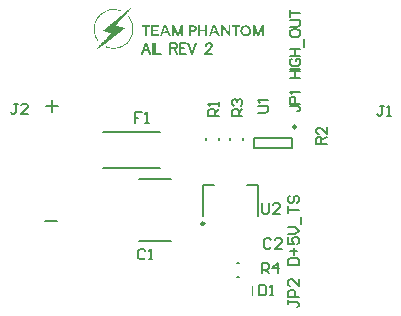
<source format=gto>
G04*
G04 #@! TF.GenerationSoftware,Altium Limited,Altium Designer,18.1.11 (251)*
G04*
G04 Layer_Color=65535*
%FSLAX25Y25*%
%MOIN*%
G70*
G01*
G75*
%ADD10C,0.00984*%
%ADD11C,0.00197*%
%ADD12C,0.00787*%
%ADD13C,0.00650*%
G36*
X41402Y108916D02*
X41499Y108902D01*
X41624D01*
X41749Y108875D01*
X41902Y108861D01*
X42221Y108805D01*
X42582Y108722D01*
X42971Y108611D01*
X43359Y108472D01*
X43262Y108208D01*
X43248D01*
X43220Y108222D01*
X43165Y108250D01*
X43082Y108264D01*
X42998Y108306D01*
X42887Y108333D01*
X42763Y108375D01*
X42624Y108403D01*
X42318Y108486D01*
X41971Y108555D01*
X41596Y108597D01*
X41208Y108625D01*
X40833D01*
X40708Y108611D01*
X40569D01*
X40250Y108583D01*
X39917Y108542D01*
X39556Y108472D01*
X39181Y108375D01*
X39167D01*
X39140Y108361D01*
X39084Y108347D01*
X39015Y108319D01*
X38932Y108292D01*
X38834Y108250D01*
X38585Y108153D01*
X38307Y108028D01*
X38002Y107875D01*
X37682Y107695D01*
X37349Y107487D01*
X37335D01*
X37308Y107459D01*
X37266Y107431D01*
X37211Y107376D01*
X37044Y107251D01*
X36850Y107070D01*
X36614Y106862D01*
X36364Y106598D01*
X36114Y106321D01*
X35864Y106001D01*
Y105988D01*
X35836Y105960D01*
X35809Y105918D01*
X35767Y105849D01*
X35711Y105765D01*
X35656Y105682D01*
X35587Y105571D01*
X35517Y105446D01*
X35364Y105169D01*
X35212Y104849D01*
X35059Y104502D01*
X34934Y104128D01*
Y104114D01*
X34920Y104086D01*
X34906Y104031D01*
X34892Y103947D01*
X34865Y103864D01*
X34837Y103753D01*
X34823Y103628D01*
X34795Y103489D01*
X34740Y103184D01*
X34698Y102851D01*
X34670Y102476D01*
Y102101D01*
Y102087D01*
Y102059D01*
Y102004D01*
X34684Y101935D01*
X34698Y101837D01*
Y101726D01*
X34712Y101602D01*
X34740Y101477D01*
X34782Y101171D01*
X34865Y100824D01*
X34948Y100477D01*
X35073Y100102D01*
Y100089D01*
X35087Y100061D01*
X35115Y100005D01*
X35142Y99936D01*
X35184Y99853D01*
X35226Y99742D01*
X35350Y99506D01*
X35489Y99228D01*
X35670Y98923D01*
X35892Y98603D01*
X36128Y98284D01*
X35892Y98118D01*
Y98104D01*
X35878Y98118D01*
X35864Y98145D01*
X35822Y98187D01*
X35781Y98256D01*
X35711Y98340D01*
X35642Y98437D01*
X35573Y98548D01*
X35489Y98673D01*
X35309Y98950D01*
X35129Y99270D01*
X34948Y99630D01*
X34795Y100005D01*
Y100019D01*
X34782Y100047D01*
X34768Y100102D01*
X34740Y100186D01*
X34712Y100269D01*
X34670Y100380D01*
X34643Y100505D01*
X34601Y100644D01*
X34532Y100963D01*
X34462Y101310D01*
X34407Y101685D01*
X34379Y102087D01*
Y102101D01*
Y102129D01*
Y102198D01*
Y102268D01*
Y102365D01*
X34393Y102476D01*
Y102615D01*
X34407Y102753D01*
X34435Y103073D01*
X34490Y103434D01*
X34559Y103822D01*
X34657Y104211D01*
Y104225D01*
X34670Y104253D01*
X34684Y104308D01*
X34712Y104391D01*
X34754Y104475D01*
X34782Y104586D01*
X34837Y104711D01*
X34892Y104849D01*
X35031Y105155D01*
X35184Y105488D01*
X35392Y105835D01*
X35614Y106182D01*
X35628Y106196D01*
X35642Y106223D01*
X35684Y106265D01*
X35739Y106334D01*
X35795Y106418D01*
X35878Y106501D01*
X36058Y106723D01*
X36294Y106959D01*
X36558Y107209D01*
X36863Y107473D01*
X37183Y107709D01*
X37197Y107722D01*
X37224Y107736D01*
X37280Y107764D01*
X37335Y107820D01*
X37419Y107861D01*
X37516Y107931D01*
X37641Y108000D01*
X37766Y108070D01*
X38043Y108222D01*
X38376Y108375D01*
X38723Y108528D01*
X39098Y108652D01*
X39112D01*
X39140Y108666D01*
X39195Y108680D01*
X39279Y108694D01*
X39376Y108722D01*
X39487Y108750D01*
X39612Y108777D01*
X39750Y108805D01*
X40070Y108861D01*
X40431Y108902D01*
X40819Y108930D01*
X41333D01*
X41402Y108916D01*
D02*
G37*
G36*
X72202Y99950D02*
X71564D01*
Y101449D01*
X69815D01*
Y99950D01*
X69162D01*
Y103489D01*
X69815D01*
Y102018D01*
X71564D01*
Y103489D01*
X72202D01*
Y99950D01*
D02*
G37*
G36*
X67830Y103475D02*
X67955Y103461D01*
X68080Y103434D01*
X68218Y103378D01*
X68343Y103323D01*
X68454Y103239D01*
X68468Y103225D01*
X68496Y103198D01*
X68538Y103128D01*
X68593Y103059D01*
X68649Y102948D01*
X68690Y102823D01*
X68718Y102670D01*
X68732Y102490D01*
Y102462D01*
Y102407D01*
X68718Y102295D01*
X68690Y102184D01*
X68635Y102046D01*
X68579Y101893D01*
X68482Y101754D01*
X68357Y101615D01*
X68343Y101602D01*
X68288Y101560D01*
X68204Y101504D01*
X68080Y101435D01*
X67927Y101365D01*
X67733Y101296D01*
X67510Y101227D01*
X67247Y101185D01*
X67150Y101754D01*
X67163D01*
X67219Y101768D01*
X67302Y101796D01*
X67400Y101823D01*
X67621Y101907D01*
X67719Y101962D01*
X67816Y102018D01*
X67830Y102032D01*
X67857Y102046D01*
X67885Y102087D01*
X67941Y102143D01*
X68010Y102282D01*
X68038Y102365D01*
X68052Y102462D01*
Y102476D01*
Y102504D01*
X68038Y102587D01*
X68010Y102684D01*
X67941Y102781D01*
X67927Y102795D01*
X67857Y102837D01*
X67760Y102878D01*
X67608Y102892D01*
X66719D01*
Y99950D01*
X66067D01*
Y103489D01*
X67733D01*
X67830Y103475D01*
D02*
G37*
G36*
X79947Y99950D02*
X79308D01*
X77435Y102573D01*
Y99950D01*
X76796D01*
Y103489D01*
X77463D01*
X79322Y100908D01*
Y103489D01*
X79947D01*
Y99950D01*
D02*
G37*
G36*
X91093D02*
X90482D01*
Y102420D01*
X89524Y99950D01*
X88969D01*
X87997Y102420D01*
Y99950D01*
X87387D01*
Y103489D01*
X88067D01*
X89261Y100810D01*
X90440Y103489D01*
X91093D01*
Y99950D01*
D02*
G37*
G36*
X64207D02*
X63610D01*
Y102420D01*
X62639Y99950D01*
X62083D01*
X61112Y102420D01*
Y99950D01*
X60501D01*
Y103489D01*
X61195D01*
X62375Y100810D01*
X63555Y103489D01*
X64207D01*
Y99950D01*
D02*
G37*
G36*
X83001Y102920D02*
X82001D01*
Y99950D01*
X81335D01*
Y102920D01*
X80322D01*
Y103489D01*
X83001D01*
Y102920D01*
D02*
G37*
G36*
X76380Y99950D02*
X75672D01*
X75269Y100908D01*
X74090D01*
X74326Y101477D01*
X75033D01*
X74478Y102809D01*
X73312Y99950D01*
X72646D01*
X74131Y103489D01*
X74839D01*
X76380Y99950D01*
D02*
G37*
G36*
X60085D02*
X59377D01*
X58974Y100908D01*
X57794D01*
X58017Y101477D01*
X58738D01*
X58183Y102809D01*
X57003Y99950D01*
X56351D01*
X57836Y103489D01*
X58544D01*
X60085Y99950D01*
D02*
G37*
G36*
X56018Y102920D02*
X54241D01*
Y102032D01*
X55921D01*
Y101449D01*
X54241D01*
Y100519D01*
X56046D01*
Y99950D01*
X53603D01*
Y103489D01*
X56018D01*
Y102920D01*
D02*
G37*
G36*
X53228D02*
X52201D01*
Y99950D01*
X51562D01*
Y102920D01*
X50549D01*
Y103489D01*
X53228D01*
Y102920D01*
D02*
G37*
G36*
X85318Y103475D02*
X85513Y103447D01*
X85721Y103392D01*
X85943Y103309D01*
X86151Y103198D01*
X86332Y103045D01*
X86346Y103031D01*
X86401Y102962D01*
X86471Y102865D01*
X86554Y102712D01*
X86637Y102531D01*
X86707Y102295D01*
X86762Y102032D01*
X86776Y101713D01*
Y101699D01*
Y101671D01*
Y101629D01*
Y101574D01*
X86748Y101407D01*
X86720Y101213D01*
X86665Y100991D01*
X86595Y100769D01*
X86484Y100560D01*
X86332Y100366D01*
X86318Y100352D01*
X86248Y100297D01*
X86151Y100227D01*
X85999Y100144D01*
X85818Y100061D01*
X85596Y99991D01*
X85332Y99936D01*
X85027Y99922D01*
X84944D01*
X84888Y99936D01*
X84736Y99950D01*
X84541Y99977D01*
X84333Y100033D01*
X84125Y100116D01*
X83917Y100214D01*
X83722Y100366D01*
X83709Y100394D01*
X83653Y100449D01*
X83583Y100560D01*
X83500Y100713D01*
X83417Y100894D01*
X83334Y101129D01*
X83278Y101393D01*
X83250Y101713D01*
Y101726D01*
Y101754D01*
Y101796D01*
X83264Y101865D01*
X83278Y102018D01*
X83306Y102212D01*
X83362Y102434D01*
X83445Y102656D01*
X83542Y102865D01*
X83695Y103045D01*
X83722Y103059D01*
X83778Y103114D01*
X83889Y103184D01*
X84028Y103281D01*
X84222Y103364D01*
X84444Y103434D01*
X84722Y103489D01*
X85027Y103503D01*
X85166D01*
X85318Y103475D01*
D02*
G37*
G36*
X45955Y106668D02*
X45969Y106640D01*
X46010Y106598D01*
X46066Y106543D01*
X46121Y106459D01*
X46191Y106362D01*
X46274Y106265D01*
X46357Y106140D01*
X46552Y105863D01*
X46732Y105557D01*
X46927Y105196D01*
X47093Y104822D01*
Y104808D01*
X47107Y104780D01*
X47135Y104725D01*
X47162Y104641D01*
X47190Y104544D01*
X47232Y104433D01*
X47273Y104308D01*
X47315Y104169D01*
X47398Y103850D01*
X47468Y103489D01*
X47537Y103101D01*
X47579Y102684D01*
Y102670D01*
Y102629D01*
Y102573D01*
Y102490D01*
Y102393D01*
Y102268D01*
Y102129D01*
X47565Y101976D01*
X47537Y101643D01*
X47495Y101268D01*
X47412Y100866D01*
X47315Y100463D01*
Y100449D01*
X47301Y100422D01*
X47287Y100352D01*
X47260Y100283D01*
X47218Y100186D01*
X47176Y100075D01*
X47135Y99950D01*
X47079Y99811D01*
X46940Y99506D01*
X46760Y99159D01*
X46566Y98812D01*
X46330Y98465D01*
X46316Y98451D01*
X46302Y98423D01*
X46260Y98381D01*
X46219Y98312D01*
X46149Y98242D01*
X46080Y98145D01*
X45886Y97937D01*
X45663Y97687D01*
X45386Y97424D01*
X45080Y97160D01*
X44747Y96910D01*
X44733Y96896D01*
X44706Y96882D01*
X44650Y96855D01*
X44581Y96799D01*
X44497Y96744D01*
X44400Y96688D01*
X44275Y96618D01*
X44151Y96549D01*
X43845Y96396D01*
X43512Y96244D01*
X43137Y96091D01*
X42735Y95966D01*
X42721D01*
X42665Y95952D01*
X42582Y95925D01*
X42471Y95897D01*
X42332Y95869D01*
X42180Y95841D01*
X41860Y95786D01*
X41846D01*
X41791Y95772D01*
X41694D01*
X41583Y95758D01*
X41458Y95744D01*
X41305D01*
X40972Y95730D01*
X40861D01*
X40736Y95744D01*
X40569D01*
X40375Y95758D01*
X40153Y95786D01*
X39931Y95814D01*
X39681Y95855D01*
X39653D01*
X39570Y95883D01*
X39445Y95911D01*
X39279Y95952D01*
X39084Y96008D01*
X38876Y96077D01*
X38432Y96244D01*
X38543Y96508D01*
X38557D01*
X38585Y96494D01*
X38640Y96466D01*
X38723Y96438D01*
X38820Y96410D01*
X38918Y96369D01*
X39043Y96327D01*
X39195Y96285D01*
X39501Y96202D01*
X39862Y96119D01*
X40236Y96063D01*
X40625Y96022D01*
X41138D01*
X41291Y96036D01*
X41596Y96049D01*
X41943Y96091D01*
X42318Y96161D01*
X42693Y96244D01*
X42707D01*
X42735Y96258D01*
X42790Y96272D01*
X42860Y96299D01*
X42957Y96327D01*
X43054Y96369D01*
X43304Y96466D01*
X43595Y96591D01*
X43914Y96744D01*
X44248Y96924D01*
X44581Y97132D01*
X44595Y97146D01*
X44622Y97160D01*
X44664Y97188D01*
X44733Y97243D01*
X44803Y97299D01*
X44886Y97368D01*
X45094Y97549D01*
X45344Y97771D01*
X45594Y98020D01*
X45858Y98312D01*
X46108Y98645D01*
X46121Y98659D01*
X46135Y98687D01*
X46163Y98728D01*
X46219Y98798D01*
X46260Y98881D01*
X46330Y98978D01*
X46399Y99089D01*
X46468Y99214D01*
X46621Y99506D01*
X46774Y99839D01*
X46927Y100200D01*
X47051Y100574D01*
Y100588D01*
X47065Y100616D01*
X47079Y100672D01*
X47093Y100755D01*
X47121Y100838D01*
X47135Y100949D01*
X47162Y101074D01*
X47190Y101213D01*
X47232Y101532D01*
X47273Y101879D01*
X47287Y102240D01*
Y102629D01*
Y102643D01*
Y102670D01*
Y102726D01*
X47273Y102809D01*
X47260Y102892D01*
Y103003D01*
X47232Y103128D01*
X47218Y103267D01*
X47162Y103572D01*
X47079Y103919D01*
X46982Y104280D01*
X46843Y104655D01*
Y104669D01*
X46829Y104697D01*
X46801Y104752D01*
X46774Y104822D01*
X46732Y104919D01*
X46677Y105016D01*
X46552Y105266D01*
X46399Y105543D01*
X46205Y105849D01*
X45983Y106168D01*
X45719Y106487D01*
X45941Y106682D01*
X45955Y106668D01*
D02*
G37*
G36*
X47107Y109638D02*
Y109610D01*
X47121Y109596D01*
Y109569D01*
X47107Y109555D01*
X47093Y109541D01*
X47051Y109499D01*
X47010Y109444D01*
X46871Y109291D01*
X46704Y109097D01*
X46496Y108875D01*
X46274Y108611D01*
X46024Y108347D01*
X45774Y108056D01*
X45761Y108042D01*
X45747Y108028D01*
X45705Y107986D01*
X45663Y107931D01*
X45525Y107778D01*
X45344Y107584D01*
X45150Y107348D01*
X44914Y107084D01*
X44664Y106820D01*
X44414Y106529D01*
X44400Y106515D01*
X44386Y106501D01*
X44345Y106459D01*
X44303Y106404D01*
X44164Y106251D01*
X43984Y106057D01*
X43776Y105821D01*
X43554Y105557D01*
X43304Y105280D01*
X43040Y104988D01*
X43026Y104974D01*
X43012Y104960D01*
X42971Y104919D01*
X42929Y104863D01*
X42790Y104711D01*
X42610Y104516D01*
X42402Y104280D01*
X42180Y104017D01*
X41930Y103753D01*
X41666Y103461D01*
X41680D01*
X41708Y103447D01*
X41749Y103434D01*
X41805Y103420D01*
X41874Y103406D01*
X41957Y103378D01*
X42166Y103323D01*
X42415Y103253D01*
X42679Y103184D01*
X42971Y103101D01*
X43276Y103017D01*
X43290D01*
X43318Y103003D01*
X43359D01*
X43415Y102976D01*
X43484Y102962D01*
X43567Y102934D01*
X43776Y102892D01*
X44025Y102823D01*
X44303Y102753D01*
X44595Y102670D01*
X44900Y102587D01*
X44886Y102573D01*
X44844Y102545D01*
X44775Y102490D01*
X44678Y102420D01*
X44553Y102337D01*
X44414Y102226D01*
X44262Y102115D01*
X44081Y101976D01*
X43887Y101837D01*
X43679Y101685D01*
X43234Y101352D01*
X42763Y100991D01*
X42277Y100616D01*
X42263Y100602D01*
X42221Y100574D01*
X42152Y100519D01*
X42055Y100449D01*
X41930Y100352D01*
X41791Y100255D01*
X41638Y100130D01*
X41458Y100005D01*
X41277Y99853D01*
X41069Y99700D01*
X40625Y99367D01*
X40153Y99020D01*
X39667Y98645D01*
X39653Y98631D01*
X39612Y98603D01*
X39542Y98548D01*
X39445Y98479D01*
X39334Y98395D01*
X39195Y98284D01*
X39029Y98173D01*
X38862Y98034D01*
X38668Y97895D01*
X38473Y97743D01*
X38029Y97410D01*
X37558Y97063D01*
X37072Y96702D01*
X37058Y96688D01*
X37016Y96660D01*
X36947Y96605D01*
X36850Y96535D01*
X36725Y96452D01*
X36586Y96341D01*
X36433Y96230D01*
X36253Y96091D01*
X36072Y95952D01*
X35864Y95800D01*
X35420Y95467D01*
X34962Y95120D01*
X34476Y94759D01*
X34462Y94772D01*
X34448Y94800D01*
Y94814D01*
Y94828D01*
X34462Y94842D01*
X34476Y94856D01*
X34518Y94897D01*
X34573Y94953D01*
X34698Y95106D01*
X34879Y95300D01*
X35087Y95522D01*
X35323Y95772D01*
X35573Y96036D01*
X35836Y96313D01*
X35850Y96327D01*
X35864Y96341D01*
X35906Y96383D01*
X35961Y96438D01*
X36086Y96591D01*
X36267Y96785D01*
X36475Y97007D01*
X36711Y97257D01*
X36961Y97521D01*
X37224Y97798D01*
X37238Y97812D01*
X37252Y97826D01*
X37294Y97868D01*
X37349Y97923D01*
X37488Y98076D01*
X37668Y98270D01*
X37877Y98492D01*
X38127Y98756D01*
X38376Y99034D01*
X38640Y99311D01*
X38654Y99325D01*
X38668Y99339D01*
X38710Y99381D01*
X38765Y99436D01*
X38904Y99589D01*
X39070Y99783D01*
X39292Y100005D01*
X39528Y100269D01*
X39778Y100547D01*
X40042Y100824D01*
X40028D01*
X40014Y100838D01*
X39931Y100866D01*
X39792Y100908D01*
X39626Y100963D01*
X39417Y101032D01*
X39195Y101116D01*
X38959Y101185D01*
X38710Y101268D01*
X38696D01*
X38682Y101282D01*
X38598Y101310D01*
X38473Y101352D01*
X38293Y101407D01*
X38099Y101477D01*
X37877Y101560D01*
X37627Y101643D01*
X37377Y101726D01*
X37391Y101740D01*
X37433Y101768D01*
X37502Y101823D01*
X37585Y101893D01*
X37696Y101990D01*
X37835Y102101D01*
X37988Y102212D01*
X38140Y102351D01*
X38321Y102504D01*
X38515Y102656D01*
X38932Y102989D01*
X39362Y103350D01*
X39820Y103725D01*
X39834Y103739D01*
X39875Y103767D01*
X39945Y103822D01*
X40028Y103892D01*
X40139Y103989D01*
X40264Y104086D01*
X40417Y104211D01*
X40583Y104336D01*
X40764Y104489D01*
X40944Y104641D01*
X41361Y104974D01*
X41805Y105335D01*
X42249Y105696D01*
X42263Y105710D01*
X42304Y105738D01*
X42374Y105793D01*
X42457Y105863D01*
X42568Y105960D01*
X42693Y106071D01*
X42846Y106182D01*
X43012Y106321D01*
X43193Y106459D01*
X43373Y106626D01*
X43790Y106959D01*
X44234Y107320D01*
X44678Y107681D01*
X44692Y107695D01*
X44733Y107722D01*
X44803Y107778D01*
X44886Y107847D01*
X44997Y107945D01*
X45122Y108042D01*
X45275Y108167D01*
X45427Y108292D01*
X45608Y108444D01*
X45802Y108597D01*
X46205Y108930D01*
X46649Y109291D01*
X47093Y109652D01*
X47107Y109638D01*
D02*
G37*
%LPC*%
G36*
X85027Y102948D02*
X84930D01*
X84833Y102934D01*
X84722Y102906D01*
X84583Y102865D01*
X84444Y102809D01*
X84305Y102740D01*
X84194Y102629D01*
X84180Y102615D01*
X84153Y102573D01*
X84111Y102504D01*
X84069Y102407D01*
X84014Y102268D01*
X83972Y102115D01*
X83944Y101935D01*
X83930Y101726D01*
Y101699D01*
Y101629D01*
X83944Y101518D01*
X83958Y101379D01*
X84000Y101241D01*
X84042Y101088D01*
X84111Y100935D01*
X84194Y100810D01*
X84208Y100796D01*
X84250Y100769D01*
X84305Y100713D01*
X84403Y100658D01*
X84513Y100602D01*
X84666Y100547D01*
X84833Y100519D01*
X85027Y100505D01*
X85110D01*
X85207Y100519D01*
X85318Y100547D01*
X85457Y100574D01*
X85582Y100630D01*
X85707Y100713D01*
X85818Y100810D01*
X85832Y100824D01*
X85860Y100866D01*
X85901Y100935D01*
X85957Y101046D01*
X86013Y101171D01*
X86054Y101324D01*
X86082Y101518D01*
X86096Y101726D01*
Y101740D01*
Y101754D01*
Y101823D01*
X86082Y101935D01*
X86068Y102059D01*
X86026Y102212D01*
X85985Y102365D01*
X85915Y102504D01*
X85818Y102629D01*
X85804Y102643D01*
X85763Y102684D01*
X85707Y102726D01*
X85624Y102795D01*
X85513Y102851D01*
X85374Y102892D01*
X85207Y102934D01*
X85027Y102948D01*
D02*
G37*
%LPD*%
D10*
X71240Y37396D02*
G03*
X71240Y37396I-492J0D01*
G01*
X101839Y69630D02*
G03*
X101839Y69630I-492J0D01*
G01*
D11*
X87264Y13524D02*
Y16476D01*
D12*
X82063Y19736D02*
X82850D01*
X82063Y24264D02*
X82850D01*
X70945Y39955D02*
Y50191D01*
X74488D01*
X89055Y39955D02*
Y50191D01*
X85512D02*
X89055D01*
X100559Y62543D02*
Y66087D01*
X87961Y62543D02*
Y66087D01*
X100559D01*
X87961Y62543D02*
X100559D01*
X37551Y56016D02*
X56449D01*
X37551Y67984D02*
X56449D01*
X49547Y52236D02*
X60177D01*
X49547Y31764D02*
X60177D01*
X76264Y65150D02*
Y65937D01*
X71736Y65150D02*
Y65937D01*
X79736Y65150D02*
Y65937D01*
X84264Y65150D02*
Y65937D01*
D13*
X18150Y38150D02*
X22149D01*
X18367Y76665D02*
X22365D01*
X20366Y78664D02*
Y74666D01*
X53217Y94039D02*
X51884Y97538D01*
X50551Y94039D01*
X51051Y95205D02*
X52717D01*
X54034Y97538D02*
Y94039D01*
X54767Y97538D02*
Y94039D01*
X56766D01*
X59899Y97538D02*
Y94039D01*
Y97538D02*
X61399D01*
X61899Y97371D01*
X62065Y97205D01*
X62232Y96871D01*
Y96538D01*
X62065Y96205D01*
X61899Y96038D01*
X61399Y95872D01*
X59899D01*
X61066D02*
X62232Y94039D01*
X65181Y97538D02*
X63015D01*
Y94039D01*
X65181D01*
X63015Y95872D02*
X64348D01*
X65765Y97538D02*
X67098Y94039D01*
X68431Y97538D02*
X67098Y94039D01*
X71797Y96705D02*
Y96871D01*
X71963Y97205D01*
X72130Y97371D01*
X72463Y97538D01*
X73130D01*
X73463Y97371D01*
X73630Y97205D01*
X73796Y96871D01*
Y96538D01*
X73630Y96205D01*
X73296Y95705D01*
X71630Y94039D01*
X73963D01*
X99257Y11781D02*
Y10615D01*
Y11198D01*
X102173D01*
X102756Y10615D01*
Y10032D01*
X102173Y9449D01*
X102756Y12948D02*
X99257D01*
Y14697D01*
X99840Y15280D01*
X101006D01*
X101590Y14697D01*
Y12948D01*
X102756Y18779D02*
Y16447D01*
X100423Y18779D01*
X99840D01*
X99257Y18196D01*
Y17030D01*
X99840Y16447D01*
X99257Y23444D02*
X102756D01*
Y25194D01*
X102173Y25777D01*
X99840D01*
X99257Y25194D01*
Y23444D01*
X101006Y26943D02*
Y29276D01*
X99840Y28109D02*
X102173D01*
X99257Y32775D02*
Y30442D01*
X101006D01*
X100423Y31608D01*
Y32192D01*
X101006Y32775D01*
X102173D01*
X102756Y32192D01*
Y31025D01*
X102173Y30442D01*
X99257Y33941D02*
X101590D01*
X102756Y35107D01*
X101590Y36274D01*
X99257D01*
X103339Y37440D02*
Y39772D01*
X99257Y40939D02*
Y43271D01*
Y42105D01*
X102756D01*
X99840Y46770D02*
X99257Y46187D01*
Y45021D01*
X99840Y44438D01*
X100423D01*
X101006Y45021D01*
Y46187D01*
X101590Y46770D01*
X102173D01*
X102756Y46187D01*
Y45021D01*
X102173Y44438D01*
X99650Y76469D02*
X102316D01*
X102816Y76303D01*
X102983Y76136D01*
X103150Y75803D01*
Y75470D01*
X102983Y75136D01*
X102816Y74970D01*
X102316Y74803D01*
X101983D01*
X101483Y77369D02*
Y78869D01*
X101317Y79369D01*
X101150Y79536D01*
X100817Y79702D01*
X100317D01*
X99984Y79536D01*
X99817Y79369D01*
X99650Y78869D01*
Y77369D01*
X103150D01*
X100317Y80485D02*
X100150Y80818D01*
X99650Y81318D01*
X103150D01*
X99650Y85801D02*
X103150D01*
X99650Y88134D02*
X103150D01*
X101317Y85801D02*
Y88134D01*
X99650Y89100D02*
X103150D01*
X100484Y92333D02*
X100150Y92166D01*
X99817Y91833D01*
X99650Y91500D01*
Y90833D01*
X99817Y90500D01*
X100150Y90166D01*
X100484Y90000D01*
X100983Y89833D01*
X101817D01*
X102316Y90000D01*
X102650Y90166D01*
X102983Y90500D01*
X103150Y90833D01*
Y91500D01*
X102983Y91833D01*
X102650Y92166D01*
X102316Y92333D01*
X101817D01*
Y91500D02*
Y92333D01*
X99650Y93133D02*
X103150D01*
X99650Y95465D02*
X103150D01*
X101317Y93133D02*
Y95465D01*
X104316Y96432D02*
Y99098D01*
X99650Y100548D02*
X99817Y100214D01*
X100150Y99881D01*
X100484Y99714D01*
X100983Y99548D01*
X101817D01*
X102316Y99714D01*
X102650Y99881D01*
X102983Y100214D01*
X103150Y100548D01*
Y101214D01*
X102983Y101547D01*
X102650Y101881D01*
X102316Y102047D01*
X101817Y102214D01*
X100983D01*
X100484Y102047D01*
X100150Y101881D01*
X99817Y101547D01*
X99650Y101214D01*
Y100548D01*
Y103030D02*
X102150D01*
X102650Y103197D01*
X102983Y103530D01*
X103150Y104030D01*
Y104364D01*
X102983Y104863D01*
X102650Y105197D01*
X102150Y105363D01*
X99650D01*
Y107496D02*
X103150D01*
X99650Y106330D02*
Y108663D01*
X90520Y44152D02*
Y41237D01*
X91103Y40653D01*
X92269D01*
X92852Y41237D01*
Y44152D01*
X96351Y40653D02*
X94019D01*
X96351Y42986D01*
Y43569D01*
X95768Y44152D01*
X94602D01*
X94019Y43569D01*
X89020Y74410D02*
X91520D01*
X92020Y74576D01*
X92353Y74909D01*
X92520Y75409D01*
Y75743D01*
X92353Y76242D01*
X92020Y76576D01*
X91520Y76742D01*
X89020D01*
X89687Y77709D02*
X89520Y78042D01*
X89020Y78542D01*
X92520D01*
X90450Y20800D02*
Y24299D01*
X92199D01*
X92783Y23716D01*
Y22549D01*
X92199Y21966D01*
X90450D01*
X91616D02*
X92783Y20800D01*
X95698D02*
Y24299D01*
X93949Y22549D01*
X96281D01*
X83937Y73164D02*
X80438D01*
Y74914D01*
X81021Y75497D01*
X82188D01*
X82771Y74914D01*
Y73164D01*
Y74331D02*
X83937Y75497D01*
X81021Y76663D02*
X80438Y77246D01*
Y78413D01*
X81021Y78996D01*
X81604D01*
X82188Y78413D01*
Y77830D01*
Y78413D01*
X82771Y78996D01*
X83354D01*
X83937Y78413D01*
Y77246D01*
X83354Y76663D01*
X108567Y64056D02*
X112066D01*
X108567D02*
Y65555D01*
X108733Y66055D01*
X108900Y66222D01*
X109233Y66389D01*
X109567D01*
X109900Y66222D01*
X110067Y66055D01*
X110233Y65555D01*
Y64056D01*
Y65222D02*
X112066Y66389D01*
X109400Y67338D02*
X109233D01*
X108900Y67505D01*
X108733Y67672D01*
X108567Y68005D01*
Y68672D01*
X108733Y69005D01*
X108900Y69171D01*
X109233Y69338D01*
X109567D01*
X109900Y69171D01*
X110400Y68838D01*
X112066Y67172D01*
Y69505D01*
X76063Y73164D02*
X72564D01*
Y74914D01*
X73147Y75497D01*
X74314D01*
X74897Y74914D01*
Y73164D01*
Y74331D02*
X76063Y75497D01*
Y76663D02*
Y77830D01*
Y77246D01*
X72564D01*
X73147Y76663D01*
X8983Y77429D02*
X7816D01*
X8399D01*
Y74514D01*
X7816Y73930D01*
X7233D01*
X6650Y74514D01*
X12481Y73930D02*
X10149D01*
X12481Y76263D01*
Y76846D01*
X11898Y77429D01*
X10732D01*
X10149Y76846D01*
X131073Y76727D02*
X129906D01*
X130490D01*
Y73812D01*
X129906Y73228D01*
X129323D01*
X128740Y73812D01*
X132239Y73228D02*
X133405D01*
X132822D01*
Y76727D01*
X132239Y76144D01*
X50433Y74449D02*
X48100D01*
Y72699D01*
X49266D01*
X48100D01*
Y70950D01*
X51599D02*
X52765D01*
X52182D01*
Y74449D01*
X51599Y73866D01*
X89600Y16999D02*
Y13500D01*
X91349D01*
X91933Y14083D01*
Y16416D01*
X91349Y16999D01*
X89600D01*
X93099Y13500D02*
X94265D01*
X93682D01*
Y16999D01*
X93099Y16416D01*
X93483Y31866D02*
X92899Y32449D01*
X91733D01*
X91150Y31866D01*
Y29533D01*
X91733Y28950D01*
X92899D01*
X93483Y29533D01*
X96981Y28950D02*
X94649D01*
X96981Y31283D01*
Y31866D01*
X96398Y32449D01*
X95232D01*
X94649Y31866D01*
X51633Y28416D02*
X51049Y28999D01*
X49883D01*
X49300Y28416D01*
Y26083D01*
X49883Y25500D01*
X51049D01*
X51633Y26083D01*
X52799Y25500D02*
X53965D01*
X53382D01*
Y28999D01*
X52799Y28416D01*
M02*

</source>
